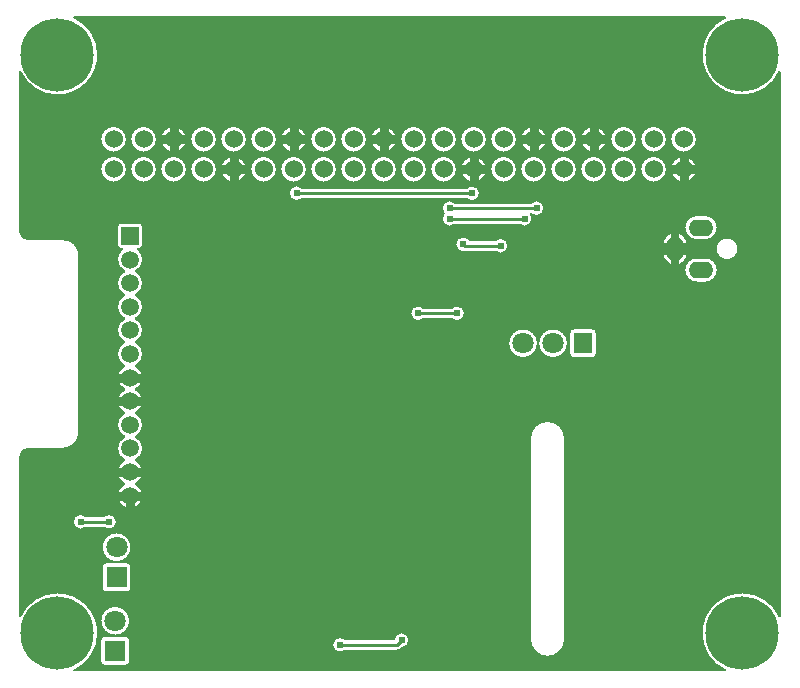
<source format=gbl>
G04 Layer: BottomLayer*
G04 EasyEDA Pro v2.1.49.573a4102.674264, 2024-02-19 19:22:48*
G04 Gerber Generator version 0.3*
G04 Scale: 100 percent, Rotated: No, Reflected: No*
G04 Dimensions in millimeters*
G04 Leading zeros omitted, absolute positions, 3 integers and 5 decimals*
%FSLAX35Y35*%
%MOMM*%
%AMOval*1,1,$1,$2,$3*1,1,$1,$4,$5*20,1,$1,$2,$3,$4,$5,0*%
%ADD8191C,0.2032*%
%ADD10C,0.75508*%
%ADD11C,0.76708*%
%ADD12C,1.05508*%
%ADD13C,0.70508*%
%ADD14C,6.19999*%
%ADD15R,1.5X1.5*%
%ADD16C,1.5*%
%ADD17C,1.8010*%
%ADD18C,1.8*%
%ADD19R,1.5748X1.8*%
%ADD20R,1.8X1.8*%
%ADD21Oval,1.4X0.0X-0.35X0.0X0.35*%
%ADD22O,2.1X1.4*%
%ADD23C,1.524*%
%ADD24C,0.61001*%
%ADD25C,0.62001*%
%ADD26C,0.254*%
%ADD27C,0.259*%
G75*


G04 Copper Start*
G36*
G01X494478Y-5614208D02*
G03X695833Y-5300012I-144458J314195D01*
G03X350020Y-4954199I-345813J0D01*
G03X35753Y-5155709I0J-345813D01*
G01Y-3800015D01*
G02X99939Y-3735829I64186J0D01*
G01X100365Y-3735827D01*
G01X399512D01*
G01X399938Y-3735829D01*
G01X399995D01*
G01X399999D01*
G01X400056D01*
G03X535752Y-3600133I-447J136143D01*
G01Y-3600077D01*
G01Y-3600072D01*
G01Y-3600016D01*
G01X535744Y-3599277D01*
G01Y-2100757D01*
G01X535752Y-2100019D01*
G01Y-2099991D01*
G03X399965Y-1964205I-135890J-103D01*
G01X399931D01*
G01X99939D01*
G02X35782Y-1901952I0J64186D01*
G01X35834Y-1900019D01*
G01Y-544502D01*
G03X350020Y-745835I314185J144480D01*
G03X695833Y-400022I0J345813D01*
G03X494496Y-85835I-345813J0D01*
G01X6005485Y-85856D01*
G03X5804195Y-400022I144523J-314166D01*
G03X6150008Y-745835I345813J0D01*
G03X6464206Y-544475I0J345813D01*
G01Y-5155560D01*
G03X6150008Y-4954199I-314198J-144452D01*
G03X5804195Y-5300012I0J-345813D01*
G03X6005550Y-5614208I345813J0D01*
G01X494478D01*
G37*
%LPC*%
G36*
G01X4500001Y-5498709D02*
G03X4648515Y-5350195I0J148514D01*
G01Y-4500199D01*
G01Y-3650196D01*
G03X4500001Y-3501682I-148514J0D01*
G03X4351487Y-3650196I0J-148514D01*
G01Y-4500199D01*
G01Y-5350195D01*
G03X4500001Y-5498709I148514J0D01*
G37*
G36*
G01X854386Y-4135298D02*
G03X965200Y-4246112I110814J0D01*
G03X1076014Y-4135298I0J110814D01*
G03X1012947Y-4035298I-110814J0D01*
G03X1076014Y-3935298I-47747J100000D01*
G03X1012947Y-3835298I-110814J0D01*
G03X1076014Y-3735299I-47747J100000D01*
G03X1012947Y-3635299I-110814J0D01*
G03X1076014Y-3535299I-47747J100000D01*
G03X1012947Y-3435299I-110814J0D01*
G03X1076014Y-3335299I-47747J100000D01*
G03X1012947Y-3235300I-110814J0D01*
G03X1076014Y-3135300I-47747J100000D01*
G03X1012947Y-3035300I-110814J0D01*
G03X1076014Y-2935300I-47747J100000D01*
G03X1012947Y-2835300I-110814J0D01*
G03X1076014Y-2735301I-47747J100000D01*
G03X1012947Y-2635301I-110814J0D01*
G03X1076014Y-2535301I-47747J100000D01*
G03X1012947Y-2435301I-110814J0D01*
G03X1076014Y-2335301I-47747J100000D01*
G03X1012947Y-2235302I-110814J0D01*
G03X1076014Y-2135302I-47747J100000D01*
G03X1030969Y-2046116I-110814J0D01*
G01X1040200D01*
G03X1076014Y-2010302I0J35814D01*
G01Y-1860302D01*
G03X1040200Y-1824488I-35814J0D01*
G01X890200D01*
G03X854386Y-1860302I0J-35814D01*
G01Y-2010302D01*
G03X890200Y-2046116I35814J0D01*
G01X899431D01*
G03X854386Y-2135302I65769J-89186D01*
G03X917453Y-2235302I110814J0D01*
G03X854386Y-2335301I47747J-100000D01*
G03X917453Y-2435301I110814J0D01*
G03X854386Y-2535301I47747J-100000D01*
G03X917453Y-2635301I110814J0D01*
G03X854386Y-2735301I47747J-100000D01*
G03X917453Y-2835300I110814J0D01*
G03X854386Y-2935300I47747J-100000D01*
G03X917453Y-3035300I110814J0D01*
G03X854386Y-3135300I47747J-100000D01*
G03X917453Y-3235300I110814J0D01*
G03X854386Y-3335299I47747J-100000D01*
G03X917453Y-3435299I110814J0D01*
G03X854386Y-3535299I47747J-100000D01*
G03X917453Y-3635299I110814J0D01*
G03X854386Y-3735299I47747J-100000D01*
G03X917453Y-3835298I110814J0D01*
G03X854386Y-3935298I47747J-100000D01*
G03X917453Y-4035298I110814J0D01*
G03X854386Y-4135298I47747J-100000D01*
G37*
G36*
G01X2308593Y-1574797D02*
G03X2374908Y-1641112I66314J0D01*
G03X2420118Y-1623311I0J66314D01*
G01X3815597D01*
G03X3860808Y-1641112I45210J48514D01*
G03X3927122Y-1574797I0J66314D01*
G03X3860808Y-1508483I-66314J0D01*
G03X3815597Y-1526283I0J-66314D01*
G01X2420118D01*
G03X2374908Y-1508483I-45210J-48514D01*
G03X2308593Y-1574797I0J-66314D01*
G37*
G36*
G01X4305300Y-1857014D02*
G03X4371614Y-1790700I0J66314D01*
G03X4357896Y-1750311I-66314J0D01*
G01X4361697D01*
G03X4406908Y-1768112I45210J48514D01*
G03X4473222Y-1701797I0J66314D01*
G03X4406908Y-1635483I-66314J0D01*
G03X4361697Y-1653283I0J-66314D01*
G01X3715518D01*
G03X3670308Y-1635483I-45210J-48514D01*
G03X3603993Y-1701797I0J-66314D01*
G03X3621096Y-1746247I66314J0D01*
G03X3603993Y-1790697I49212J-44450D01*
G03X3670308Y-1857012I66314J0D01*
G03X3715515Y-1839214I0J66314D01*
G01X4260090D01*
G03X4305300Y-1857014I45210J48514D01*
G37*
G36*
G01X2676886Y-5397500D02*
G03X2743200Y-5463814I66314J0D01*
G03X2788140Y-5446264I0J66314D01*
G01X3225800D01*
G03X3260281Y-5431981I0J48764D01*
G01X3266604Y-5425659D01*
G03X3330214Y-5359400I-2704J66259D01*
G03X3263900Y-5293086I-66314J0D01*
G03X3198449Y-5348736I0J-66314D01*
G01X2788140D01*
G03X2743200Y-5331186I-44940J-48764D01*
G03X2676886Y-5397500I0J-66314D01*
G37*
G36*
G01X4102108Y-2085612D02*
G03X4168422Y-2019297I0J66314D01*
G03X4102108Y-1952983I-66314J0D01*
G03X4056897Y-1970783I0J-66314D01*
G01X3840419D01*
G03X3784608Y-1940283I-55812J-35814D01*
G03X3718293Y-2006597I0J-66314D01*
G03X3784608Y-2072912I66314J0D01*
G03X3810111Y-2067811I0J66314D01*
G01X4056897D01*
G03X4102108Y-2085612I45210J48514D01*
G37*
G36*
G01X714507Y-5537520D02*
G03X750321Y-5573334I35814J0D01*
G01X930321D01*
G03X966135Y-5537520I0J35814D01*
G01Y-5357520D01*
G03X930321Y-5321706I-35814J0D01*
G01X750321D01*
G03X714507Y-5357520I0J-35814D01*
G01Y-5537520D01*
G37*
G36*
G01X4546600Y-2970614D02*
G03X4672414Y-2844800I0J125814D01*
G03X4546600Y-2718986I-125814J0D01*
G03X4420786Y-2844800I0J-125814D01*
G03X4546600Y-2970614I125814J0D01*
G37*
G36*
G01X714507Y-5193520D02*
G03X840321Y-5319334I125814J0D01*
G03X966135Y-5193520I0J125814D01*
G03X840321Y-5067706I-125814J0D01*
G03X714507Y-5193520I0J-125814D01*
G37*
G36*
G01X4292600Y-2970614D02*
G03X4418414Y-2844800I0J125814D01*
G03X4292600Y-2718986I-125814J0D01*
G03X4166786Y-2844800I0J-125814D01*
G03X4292600Y-2970614I125814J0D01*
G37*
G36*
G01X725086Y-4916000D02*
G03X760900Y-4951814I35814J0D01*
G01X940900D01*
G03X976714Y-4916000I0J35814D01*
G01Y-4736000D01*
G03X940900Y-4700186I-35814J0D01*
G01X760900D01*
G03X725086Y-4736000I0J-35814D01*
G01Y-4916000D01*
G37*
G36*
G01X850900Y-4697814D02*
G03X976714Y-4572000I0J125814D01*
G03X850900Y-4446186I-125814J0D01*
G03X725086Y-4572000I0J-125814D01*
G03X850900Y-4697814I125814J0D01*
G37*
G36*
G01X3337286Y-2590800D02*
G03X3403600Y-2657114I66314J0D01*
G03X3448808Y-2639317I0J66314D01*
G01X3688592D01*
G03X3733800Y-2657114I45208J48517D01*
G03X3800114Y-2590800I0J66314D01*
G03X3733800Y-2524486I-66314J0D01*
G03X3688587Y-2542289I0J-66314D01*
G01X3448813D01*
G03X3403600Y-2524486I-45213J-48511D01*
G03X3337286Y-2590800I0J-66314D01*
G37*
G36*
G01X5658796Y-1864700D02*
G03X5764610Y-1970514I105814J0D01*
G01X5834610D01*
G03X5940424Y-1864700I0J105814D01*
G03X5834610Y-1758886I-105814J0D01*
G01X5764610D01*
G03X5658796Y-1864700I0J-105814D01*
G37*
G36*
G01X5473781Y-2079700D02*
G03X5579595Y-2185514I105814J0D01*
G03X5685409Y-2079700I0J105814D01*
G01Y-2009700D01*
G03X5579595Y-1903886I-105814J0D01*
G03X5473781Y-2009700I0J-105814D01*
G01Y-2079700D01*
G37*
G36*
G01X5658796Y-2224700D02*
G03X5764610Y-2330513I105814J0D01*
G01X5834610D01*
G03X5940424Y-2224700I0J105814D01*
G03X5834610Y-2118886I-105814J0D01*
G01X5764610D01*
G03X5658796Y-2224700I0J-105814D01*
G37*
G36*
G01X4686046Y-2934800D02*
G03X4721860Y-2970614I35814J0D01*
G01X4879340D01*
G03X4915154Y-2934800I0J35814D01*
G01Y-2754800D01*
G03X4879340Y-2718986I-35814J0D01*
G01X4721860D01*
G03X4686046Y-2754800I0J-35814D01*
G01Y-2934800D01*
G37*
G36*
G01X825500Y-1483614D02*
G03X937514Y-1371600I0J112014D01*
G03X825500Y-1259586I-112014J0D01*
G03X713486Y-1371600I0J-112014D01*
G03X825500Y-1483614I112014J0D01*
G37*
G36*
G01X713486Y-1117600D02*
G03X825500Y-1229614I112014J0D01*
G03X937514Y-1117600I0J112014D01*
G03X825500Y-1005586I-112014J0D01*
G03X713486Y-1117600I0J-112014D01*
G37*
G36*
G01X5651500Y-1483614D02*
G03X5763514Y-1371600I0J112014D01*
G03X5651500Y-1259586I-112014J0D01*
G03X5539486Y-1371600I0J-112014D01*
G03X5651500Y-1483614I112014J0D01*
G37*
G36*
G01X5031486Y-1117600D02*
G03X5143500Y-1229614I112014J0D01*
G03X5255514Y-1117600I0J112014D01*
G03X5143500Y-1005586I-112014J0D01*
G03X5031486Y-1117600I0J-112014D01*
G37*
G36*
G01X5539486Y-1117600D02*
G03X5651500Y-1229614I112014J0D01*
G03X5763514Y-1117600I0J112014D01*
G03X5651500Y-1005586I-112014J0D01*
G03X5539486Y-1117600I0J-112014D01*
G37*
G36*
G01X1221486Y-1117600D02*
G03X1333500Y-1229614I112014J0D01*
G03X1445514Y-1117600I0J112014D01*
G03X1333500Y-1005586I-112014J0D01*
G03X1221486Y-1117600I0J-112014D01*
G37*
G36*
G01X1221486Y-1371600D02*
G03X1333500Y-1483614I112014J0D01*
G03X1445514Y-1371600I0J112014D01*
G03X1333500Y-1259586I-112014J0D01*
G03X1221486Y-1371600I0J-112014D01*
G37*
G36*
G01X1475486Y-1371600D02*
G03X1587500Y-1483614I112014J0D01*
G03X1699514Y-1371600I0J112014D01*
G03X1587500Y-1259586I-112014J0D01*
G03X1475486Y-1371600I0J-112014D01*
G37*
G36*
G01X5143500Y-1483614D02*
G03X5255514Y-1371600I0J112014D01*
G03X5143500Y-1259586I-112014J0D01*
G03X5031486Y-1371600I0J-112014D01*
G03X5143500Y-1483614I112014J0D01*
G37*
G36*
G01X4777486Y-1371600D02*
G03X4889500Y-1483614I112014J0D01*
G03X5001514Y-1371600I0J112014D01*
G03X4889500Y-1259586I-112014J0D01*
G03X4777486Y-1371600I0J-112014D01*
G37*
G36*
G01X967486Y-1371600D02*
G03X1079500Y-1483614I112014J0D01*
G03X1191514Y-1371600I0J112014D01*
G03X1079500Y-1259586I-112014J0D01*
G03X967486Y-1371600I0J-112014D01*
G37*
G36*
G01X4889500Y-1229614D02*
G03X5001514Y-1117600I0J112014D01*
G03X4889500Y-1005586I-112014J0D01*
G03X4777486Y-1117600I0J-112014D01*
G03X4889500Y-1229614I112014J0D01*
G37*
G36*
G01X5397500Y-1483614D02*
G03X5509514Y-1371600I0J112014D01*
G03X5397500Y-1259586I-112014J0D01*
G03X5285486Y-1371600I0J-112014D01*
G03X5397500Y-1483614I112014J0D01*
G37*
G36*
G01X1587500Y-1229614D02*
G03X1699514Y-1117600I0J112014D01*
G03X1587500Y-1005586I-112014J0D01*
G03X1475486Y-1117600I0J-112014D01*
G03X1587500Y-1229614I112014J0D01*
G37*
G36*
G01X5285486Y-1117600D02*
G03X5397500Y-1229614I112014J0D01*
G03X5509514Y-1117600I0J112014D01*
G03X5397500Y-1005586I-112014J0D01*
G03X5285486Y-1117600I0J-112014D01*
G37*
G36*
G01X1841500Y-1483614D02*
G03X1953514Y-1371600I0J112014D01*
G03X1841500Y-1259586I-112014J0D01*
G03X1729486Y-1371600I0J-112014D01*
G03X1841500Y-1483614I112014J0D01*
G37*
G36*
G01X1079500Y-1229614D02*
G03X1191514Y-1117600I0J112014D01*
G03X1079500Y-1005586I-112014J0D01*
G03X967486Y-1117600I0J-112014D01*
G03X1079500Y-1229614I112014J0D01*
G37*
G36*
G01X4635500Y-1483614D02*
G03X4747514Y-1371600I0J112014D01*
G03X4635500Y-1259586I-112014J0D01*
G03X4523486Y-1371600I0J-112014D01*
G03X4635500Y-1483614I112014J0D01*
G37*
G36*
G01X4635500Y-1229614D02*
G03X4747514Y-1117600I0J112014D01*
G03X4635500Y-1005586I-112014J0D01*
G03X4523486Y-1117600I0J-112014D01*
G03X4635500Y-1229614I112014J0D01*
G37*
G36*
G01X1841500Y-1229614D02*
G03X1953514Y-1117600I0J112014D01*
G03X1841500Y-1005586I-112014J0D01*
G03X1729486Y-1117600I0J-112014D01*
G03X1841500Y-1229614I112014J0D01*
G37*
G36*
G01X1983486Y-1371600D02*
G03X2095500Y-1483614I112014J0D01*
G03X2207514Y-1371600I0J112014D01*
G03X2095500Y-1259586I-112014J0D01*
G03X1983486Y-1371600I0J-112014D01*
G37*
G36*
G01X4269486Y-1371600D02*
G03X4381500Y-1483614I112014J0D01*
G03X4493514Y-1371600I0J112014D01*
G03X4381500Y-1259586I-112014J0D01*
G03X4269486Y-1371600I0J-112014D01*
G37*
G36*
G01X4381500Y-1229614D02*
G03X4493514Y-1117600I0J112014D01*
G03X4381500Y-1005586I-112014J0D01*
G03X4269486Y-1117600I0J-112014D01*
G03X4381500Y-1229614I112014J0D01*
G37*
G36*
G01X2095500Y-1229614D02*
G03X2207514Y-1117600I0J112014D01*
G03X2095500Y-1005586I-112014J0D01*
G03X1983486Y-1117600I0J-112014D01*
G03X2095500Y-1229614I112014J0D01*
G37*
G36*
G01X2349500Y-1483614D02*
G03X2461514Y-1371600I0J112014D01*
G03X2349500Y-1259586I-112014J0D01*
G03X2237486Y-1371600I0J-112014D01*
G03X2349500Y-1483614I112014J0D01*
G37*
G36*
G01X4127500Y-1483614D02*
G03X4239514Y-1371600I0J112014D01*
G03X4127500Y-1259586I-112014J0D01*
G03X4015486Y-1371600I0J-112014D01*
G03X4127500Y-1483614I112014J0D01*
G37*
G36*
G01X4015486Y-1117600D02*
G03X4127500Y-1229614I112014J0D01*
G03X4239514Y-1117600I0J112014D01*
G03X4127500Y-1005586I-112014J0D01*
G03X4015486Y-1117600I0J-112014D01*
G37*
G36*
G01X2349500Y-1229614D02*
G03X2461514Y-1117600I0J112014D01*
G03X2349500Y-1005586I-112014J0D01*
G03X2237486Y-1117600I0J-112014D01*
G03X2349500Y-1229614I112014J0D01*
G37*
G36*
G01X2491486Y-1371600D02*
G03X2603500Y-1483614I112014J0D01*
G03X2715514Y-1371600I0J112014D01*
G03X2603500Y-1259586I-112014J0D01*
G03X2491486Y-1371600I0J-112014D01*
G37*
G36*
G01X3761486Y-1371600D02*
G03X3873500Y-1483614I112014J0D01*
G03X3985514Y-1371600I0J112014D01*
G03X3873500Y-1259586I-112014J0D01*
G03X3761486Y-1371600I0J-112014D01*
G37*
G36*
G01X3873500Y-1229614D02*
G03X3985514Y-1117600I0J112014D01*
G03X3873500Y-1005586I-112014J0D01*
G03X3761486Y-1117600I0J-112014D01*
G03X3873500Y-1229614I112014J0D01*
G37*
G36*
G01X2603500Y-1229614D02*
G03X2715514Y-1117600I0J112014D01*
G03X2603500Y-1005586I-112014J0D01*
G03X2491486Y-1117600I0J-112014D01*
G03X2603500Y-1229614I112014J0D01*
G37*
G36*
G01X2745486Y-1371600D02*
G03X2857500Y-1483614I112014J0D01*
G03X2969514Y-1371600I0J112014D01*
G03X2857500Y-1259586I-112014J0D01*
G03X2745486Y-1371600I0J-112014D01*
G37*
G36*
G01X3619500Y-1483614D02*
G03X3731514Y-1371600I0J112014D01*
G03X3619500Y-1259586I-112014J0D01*
G03X3507486Y-1371600I0J-112014D01*
G03X3619500Y-1483614I112014J0D01*
G37*
G36*
G01X3619500Y-1229614D02*
G03X3731514Y-1117600I0J112014D01*
G03X3619500Y-1005586I-112014J0D01*
G03X3507486Y-1117600I0J-112014D01*
G03X3619500Y-1229614I112014J0D01*
G37*
G36*
G01X2745486Y-1117600D02*
G03X2857500Y-1229614I112014J0D01*
G03X2969514Y-1117600I0J112014D01*
G03X2857500Y-1005586I-112014J0D01*
G03X2745486Y-1117600I0J-112014D01*
G37*
G36*
G01X2999486Y-1371600D02*
G03X3111500Y-1483614I112014J0D01*
G03X3223514Y-1371600I0J112014D01*
G03X3111500Y-1259586I-112014J0D01*
G03X2999486Y-1371600I0J-112014D01*
G37*
G36*
G01X3365500Y-1483614D02*
G03X3477514Y-1371600I0J112014D01*
G03X3365500Y-1259586I-112014J0D01*
G03X3253486Y-1371600I0J-112014D01*
G03X3365500Y-1483614I112014J0D01*
G37*
G36*
G01X3253486Y-1117600D02*
G03X3365500Y-1229614I112014J0D01*
G03X3477514Y-1117600I0J112014D01*
G03X3365500Y-1005586I-112014J0D01*
G03X3253486Y-1117600I0J-112014D01*
G37*
G36*
G01X2999486Y-1117600D02*
G03X3111500Y-1229614I112014J0D01*
G03X3223514Y-1117600I0J112014D01*
G03X3111500Y-1005586I-112014J0D01*
G03X2999486Y-1117600I0J-112014D01*
G37*
G36*
G01X787408Y-4422412D02*
G03X853722Y-4356097I0J66314D01*
G03X787408Y-4289783I-66314J0D01*
G03X742197Y-4307583I0J-66314D01*
G01X591318D01*
G03X546108Y-4289783I-45210J-48514D01*
G03X479793Y-4356097I0J-66314D01*
G03X546108Y-4422412I66314J0D01*
G03X591318Y-4404611I0J66314D01*
G01X742197D01*
G03X787408Y-4422412I45210J48514D01*
G37*
G36*
G01X6019599Y-2140514D02*
G03X6115413Y-2044700I0J95814D01*
G03X6019599Y-1948886I-95814J0D01*
G03X5923785Y-2044700I0J-95814D01*
G03X6019599Y-2140514I95814J0D01*
G37*
%LPD*%
G54D8191*
G01X494478Y-5614208D02*
G03X695833Y-5300012I-144458J314195D01*
G03X350020Y-4954199I-345813J0D01*
G03X35753Y-5155709I0J-345813D01*
G01Y-3800015D01*
G02X99939Y-3735829I64186J0D01*
G01X100365Y-3735827D01*
G01X399512D01*
G01X399938Y-3735829D01*
G01X399995D01*
G01X399999D01*
G01X400056D01*
G03X535752Y-3600133I-447J136143D01*
G01Y-3600077D01*
G01Y-3600072D01*
G01Y-3600016D01*
G01X535744Y-3599277D01*
G01Y-2100757D01*
G01X535752Y-2100019D01*
G01Y-2099991D01*
G03X399965Y-1964205I-135890J-103D01*
G01X399931D01*
G01X99939D01*
G02X35782Y-1901952I0J64186D01*
G01X35834Y-1900019D01*
G01Y-544502D01*
G03X350020Y-745835I314185J144480D01*
G03X695833Y-400022I0J345813D01*
G03X494496Y-85835I-345813J0D01*
G01X6005485Y-85856D01*
G03X5804195Y-400022I144523J-314166D01*
G03X6150008Y-745835I345813J0D01*
G03X6464206Y-544475I0J345813D01*
G01Y-5155560D01*
G03X6150008Y-4954199I-314198J-144452D01*
G03X5804195Y-5300012I0J-345813D01*
G03X6005550Y-5614208I345813J0D01*
G01X494478D01*
G01X4500001Y-5498709D02*
G03X4648515Y-5350195I0J148514D01*
G01Y-4500199D01*
G01Y-3650196D01*
G03X4500001Y-3501682I-148514J0D01*
G03X4351487Y-3650196I0J-148514D01*
G01Y-4500199D01*
G01Y-5350195D01*
G03X4500001Y-5498709I148514J0D01*
G01X854386Y-4135298D02*
G03X965200Y-4246112I110814J0D01*
G03X1076014Y-4135298I0J110814D01*
G03X1012947Y-4035298I-110814J0D01*
G03X1076014Y-3935298I-47747J100000D01*
G03X1012947Y-3835298I-110814J0D01*
G03X1076014Y-3735299I-47747J100000D01*
G03X1012947Y-3635299I-110814J0D01*
G03X1076014Y-3535299I-47747J100000D01*
G03X1012947Y-3435299I-110814J0D01*
G03X1076014Y-3335299I-47747J100000D01*
G03X1012947Y-3235300I-110814J0D01*
G03X1076014Y-3135300I-47747J100000D01*
G03X1012947Y-3035300I-110814J0D01*
G03X1076014Y-2935300I-47747J100000D01*
G03X1012947Y-2835300I-110814J0D01*
G03X1076014Y-2735301I-47747J100000D01*
G03X1012947Y-2635301I-110814J0D01*
G03X1076014Y-2535301I-47747J100000D01*
G03X1012947Y-2435301I-110814J0D01*
G03X1076014Y-2335301I-47747J100000D01*
G03X1012947Y-2235302I-110814J0D01*
G03X1076014Y-2135302I-47747J100000D01*
G03X1030969Y-2046116I-110814J0D01*
G01X1040200D01*
G03X1076014Y-2010302I0J35814D01*
G01Y-1860302D01*
G03X1040200Y-1824488I-35814J0D01*
G01X890200D01*
G03X854386Y-1860302I0J-35814D01*
G01Y-2010302D01*
G03X890200Y-2046116I35814J0D01*
G01X899431D01*
G03X854386Y-2135302I65769J-89186D01*
G03X917453Y-2235302I110814J0D01*
G03X854386Y-2335301I47747J-100000D01*
G03X917453Y-2435301I110814J0D01*
G03X854386Y-2535301I47747J-100000D01*
G03X917453Y-2635301I110814J0D01*
G03X854386Y-2735301I47747J-100000D01*
G03X917453Y-2835300I110814J0D01*
G03X854386Y-2935300I47747J-100000D01*
G03X917453Y-3035300I110814J0D01*
G03X854386Y-3135300I47747J-100000D01*
G03X917453Y-3235300I110814J0D01*
G03X854386Y-3335299I47747J-100000D01*
G03X917453Y-3435299I110814J0D01*
G03X854386Y-3535299I47747J-100000D01*
G03X917453Y-3635299I110814J0D01*
G03X854386Y-3735299I47747J-100000D01*
G03X917453Y-3835298I110814J0D01*
G03X854386Y-3935298I47747J-100000D01*
G03X917453Y-4035298I110814J0D01*
G03X854386Y-4135298I47747J-100000D01*
G01X2308593Y-1574797D02*
G03X2374908Y-1641112I66314J0D01*
G03X2420118Y-1623311I0J66314D01*
G01X3815597D01*
G03X3860808Y-1641112I45210J48514D01*
G03X3927122Y-1574797I0J66314D01*
G03X3860808Y-1508483I-66314J0D01*
G03X3815597Y-1526283I0J-66314D01*
G01X2420118D01*
G03X2374908Y-1508483I-45210J-48514D01*
G03X2308593Y-1574797I0J-66314D01*
G01X4305300Y-1857014D02*
G03X4371614Y-1790700I0J66314D01*
G03X4357896Y-1750311I-66314J0D01*
G01X4361697D01*
G03X4406908Y-1768112I45210J48514D01*
G03X4473222Y-1701797I0J66314D01*
G03X4406908Y-1635483I-66314J0D01*
G03X4361697Y-1653283I0J-66314D01*
G01X3715518D01*
G03X3670308Y-1635483I-45210J-48514D01*
G03X3603993Y-1701797I0J-66314D01*
G03X3621096Y-1746247I66314J0D01*
G03X3603993Y-1790697I49212J-44450D01*
G03X3670308Y-1857012I66314J0D01*
G03X3715515Y-1839214I0J66314D01*
G01X4260090D01*
G03X4305300Y-1857014I45210J48514D01*
G01X2676886Y-5397500D02*
G03X2743200Y-5463814I66314J0D01*
G03X2788140Y-5446264I0J66314D01*
G01X3225800D01*
G03X3260281Y-5431981I0J48764D01*
G01X3266604Y-5425659D01*
G03X3330214Y-5359400I-2704J66259D01*
G03X3263900Y-5293086I-66314J0D01*
G03X3198449Y-5348736I0J-66314D01*
G01X2788140D01*
G03X2743200Y-5331186I-44940J-48764D01*
G03X2676886Y-5397500I0J-66314D01*
G01X4102108Y-2085612D02*
G03X4168422Y-2019297I0J66314D01*
G03X4102108Y-1952983I-66314J0D01*
G03X4056897Y-1970783I0J-66314D01*
G01X3840419D01*
G03X3784608Y-1940283I-55812J-35814D01*
G03X3718293Y-2006597I0J-66314D01*
G03X3784608Y-2072912I66314J0D01*
G03X3810111Y-2067811I0J66314D01*
G01X4056897D01*
G03X4102108Y-2085612I45210J48514D01*
G01X714507Y-5537520D02*
G03X750321Y-5573334I35814J0D01*
G01X930321D01*
G03X966135Y-5537520I0J35814D01*
G01Y-5357520D01*
G03X930321Y-5321706I-35814J0D01*
G01X750321D01*
G03X714507Y-5357520I0J-35814D01*
G01Y-5537520D01*
G01X4546600Y-2970614D02*
G03X4672414Y-2844800I0J125814D01*
G03X4546600Y-2718986I-125814J0D01*
G03X4420786Y-2844800I0J-125814D01*
G03X4546600Y-2970614I125814J0D01*
G01X714507Y-5193520D02*
G03X840321Y-5319334I125814J0D01*
G03X966135Y-5193520I0J125814D01*
G03X840321Y-5067706I-125814J0D01*
G03X714507Y-5193520I0J-125814D01*
G01X4292600Y-2970614D02*
G03X4418414Y-2844800I0J125814D01*
G03X4292600Y-2718986I-125814J0D01*
G03X4166786Y-2844800I0J-125814D01*
G03X4292600Y-2970614I125814J0D01*
G01X725086Y-4916000D02*
G03X760900Y-4951814I35814J0D01*
G01X940900D01*
G03X976714Y-4916000I0J35814D01*
G01Y-4736000D01*
G03X940900Y-4700186I-35814J0D01*
G01X760900D01*
G03X725086Y-4736000I0J-35814D01*
G01Y-4916000D01*
G01X850900Y-4697814D02*
G03X976714Y-4572000I0J125814D01*
G03X850900Y-4446186I-125814J0D01*
G03X725086Y-4572000I0J-125814D01*
G03X850900Y-4697814I125814J0D01*
G01X3337286Y-2590800D02*
G03X3403600Y-2657114I66314J0D01*
G03X3448808Y-2639317I0J66314D01*
G01X3688592D01*
G03X3733800Y-2657114I45208J48517D01*
G03X3800114Y-2590800I0J66314D01*
G03X3733800Y-2524486I-66314J0D01*
G03X3688587Y-2542289I0J-66314D01*
G01X3448813D01*
G03X3403600Y-2524486I-45213J-48511D01*
G03X3337286Y-2590800I0J-66314D01*
G01X5658796Y-1864700D02*
G03X5764610Y-1970514I105814J0D01*
G01X5834610D01*
G03X5940424Y-1864700I0J105814D01*
G03X5834610Y-1758886I-105814J0D01*
G01X5764610D01*
G03X5658796Y-1864700I0J-105814D01*
G01X5473781Y-2079700D02*
G03X5579595Y-2185514I105814J0D01*
G03X5685409Y-2079700I0J105814D01*
G01Y-2009700D01*
G03X5579595Y-1903886I-105814J0D01*
G03X5473781Y-2009700I0J-105814D01*
G01Y-2079700D01*
G01X5658796Y-2224700D02*
G03X5764610Y-2330513I105814J0D01*
G01X5834610D01*
G03X5940424Y-2224700I0J105814D01*
G03X5834610Y-2118886I-105814J0D01*
G01X5764610D01*
G03X5658796Y-2224700I0J-105814D01*
G01X4686046Y-2934800D02*
G03X4721860Y-2970614I35814J0D01*
G01X4879340D01*
G03X4915154Y-2934800I0J35814D01*
G01Y-2754800D01*
G03X4879340Y-2718986I-35814J0D01*
G01X4721860D01*
G03X4686046Y-2754800I0J-35814D01*
G01Y-2934800D01*
G01X825500Y-1483614D02*
G03X937514Y-1371600I0J112014D01*
G03X825500Y-1259586I-112014J0D01*
G03X713486Y-1371600I0J-112014D01*
G03X825500Y-1483614I112014J0D01*
G01X713486Y-1117600D02*
G03X825500Y-1229614I112014J0D01*
G03X937514Y-1117600I0J112014D01*
G03X825500Y-1005586I-112014J0D01*
G03X713486Y-1117600I0J-112014D01*
G01X5651500Y-1483614D02*
G03X5763514Y-1371600I0J112014D01*
G03X5651500Y-1259586I-112014J0D01*
G03X5539486Y-1371600I0J-112014D01*
G03X5651500Y-1483614I112014J0D01*
G01X5031486Y-1117600D02*
G03X5143500Y-1229614I112014J0D01*
G03X5255514Y-1117600I0J112014D01*
G03X5143500Y-1005586I-112014J0D01*
G03X5031486Y-1117600I0J-112014D01*
G01X5539486Y-1117600D02*
G03X5651500Y-1229614I112014J0D01*
G03X5763514Y-1117600I0J112014D01*
G03X5651500Y-1005586I-112014J0D01*
G03X5539486Y-1117600I0J-112014D01*
G01X1221486Y-1117600D02*
G03X1333500Y-1229614I112014J0D01*
G03X1445514Y-1117600I0J112014D01*
G03X1333500Y-1005586I-112014J0D01*
G03X1221486Y-1117600I0J-112014D01*
G01X1221486Y-1371600D02*
G03X1333500Y-1483614I112014J0D01*
G03X1445514Y-1371600I0J112014D01*
G03X1333500Y-1259586I-112014J0D01*
G03X1221486Y-1371600I0J-112014D01*
G01X1475486Y-1371600D02*
G03X1587500Y-1483614I112014J0D01*
G03X1699514Y-1371600I0J112014D01*
G03X1587500Y-1259586I-112014J0D01*
G03X1475486Y-1371600I0J-112014D01*
G01X5143500Y-1483614D02*
G03X5255514Y-1371600I0J112014D01*
G03X5143500Y-1259586I-112014J0D01*
G03X5031486Y-1371600I0J-112014D01*
G03X5143500Y-1483614I112014J0D01*
G01X4777486Y-1371600D02*
G03X4889500Y-1483614I112014J0D01*
G03X5001514Y-1371600I0J112014D01*
G03X4889500Y-1259586I-112014J0D01*
G03X4777486Y-1371600I0J-112014D01*
G01X967486Y-1371600D02*
G03X1079500Y-1483614I112014J0D01*
G03X1191514Y-1371600I0J112014D01*
G03X1079500Y-1259586I-112014J0D01*
G03X967486Y-1371600I0J-112014D01*
G01X4889500Y-1229614D02*
G03X5001514Y-1117600I0J112014D01*
G03X4889500Y-1005586I-112014J0D01*
G03X4777486Y-1117600I0J-112014D01*
G03X4889500Y-1229614I112014J0D01*
G01X5397500Y-1483614D02*
G03X5509514Y-1371600I0J112014D01*
G03X5397500Y-1259586I-112014J0D01*
G03X5285486Y-1371600I0J-112014D01*
G03X5397500Y-1483614I112014J0D01*
G01X1587500Y-1229614D02*
G03X1699514Y-1117600I0J112014D01*
G03X1587500Y-1005586I-112014J0D01*
G03X1475486Y-1117600I0J-112014D01*
G03X1587500Y-1229614I112014J0D01*
G01X5285486Y-1117600D02*
G03X5397500Y-1229614I112014J0D01*
G03X5509514Y-1117600I0J112014D01*
G03X5397500Y-1005586I-112014J0D01*
G03X5285486Y-1117600I0J-112014D01*
G01X1841500Y-1483614D02*
G03X1953514Y-1371600I0J112014D01*
G03X1841500Y-1259586I-112014J0D01*
G03X1729486Y-1371600I0J-112014D01*
G03X1841500Y-1483614I112014J0D01*
G01X1079500Y-1229614D02*
G03X1191514Y-1117600I0J112014D01*
G03X1079500Y-1005586I-112014J0D01*
G03X967486Y-1117600I0J-112014D01*
G03X1079500Y-1229614I112014J0D01*
G01X4635500Y-1483614D02*
G03X4747514Y-1371600I0J112014D01*
G03X4635500Y-1259586I-112014J0D01*
G03X4523486Y-1371600I0J-112014D01*
G03X4635500Y-1483614I112014J0D01*
G01X4635500Y-1229614D02*
G03X4747514Y-1117600I0J112014D01*
G03X4635500Y-1005586I-112014J0D01*
G03X4523486Y-1117600I0J-112014D01*
G03X4635500Y-1229614I112014J0D01*
G01X1841500Y-1229614D02*
G03X1953514Y-1117600I0J112014D01*
G03X1841500Y-1005586I-112014J0D01*
G03X1729486Y-1117600I0J-112014D01*
G03X1841500Y-1229614I112014J0D01*
G01X1983486Y-1371600D02*
G03X2095500Y-1483614I112014J0D01*
G03X2207514Y-1371600I0J112014D01*
G03X2095500Y-1259586I-112014J0D01*
G03X1983486Y-1371600I0J-112014D01*
G01X4269486Y-1371600D02*
G03X4381500Y-1483614I112014J0D01*
G03X4493514Y-1371600I0J112014D01*
G03X4381500Y-1259586I-112014J0D01*
G03X4269486Y-1371600I0J-112014D01*
G01X4381500Y-1229614D02*
G03X4493514Y-1117600I0J112014D01*
G03X4381500Y-1005586I-112014J0D01*
G03X4269486Y-1117600I0J-112014D01*
G03X4381500Y-1229614I112014J0D01*
G01X2095500Y-1229614D02*
G03X2207514Y-1117600I0J112014D01*
G03X2095500Y-1005586I-112014J0D01*
G03X1983486Y-1117600I0J-112014D01*
G03X2095500Y-1229614I112014J0D01*
G01X2349500Y-1483614D02*
G03X2461514Y-1371600I0J112014D01*
G03X2349500Y-1259586I-112014J0D01*
G03X2237486Y-1371600I0J-112014D01*
G03X2349500Y-1483614I112014J0D01*
G01X4127500Y-1483614D02*
G03X4239514Y-1371600I0J112014D01*
G03X4127500Y-1259586I-112014J0D01*
G03X4015486Y-1371600I0J-112014D01*
G03X4127500Y-1483614I112014J0D01*
G01X4015486Y-1117600D02*
G03X4127500Y-1229614I112014J0D01*
G03X4239514Y-1117600I0J112014D01*
G03X4127500Y-1005586I-112014J0D01*
G03X4015486Y-1117600I0J-112014D01*
G01X2349500Y-1229614D02*
G03X2461514Y-1117600I0J112014D01*
G03X2349500Y-1005586I-112014J0D01*
G03X2237486Y-1117600I0J-112014D01*
G03X2349500Y-1229614I112014J0D01*
G01X2491486Y-1371600D02*
G03X2603500Y-1483614I112014J0D01*
G03X2715514Y-1371600I0J112014D01*
G03X2603500Y-1259586I-112014J0D01*
G03X2491486Y-1371600I0J-112014D01*
G01X3761486Y-1371600D02*
G03X3873500Y-1483614I112014J0D01*
G03X3985514Y-1371600I0J112014D01*
G03X3873500Y-1259586I-112014J0D01*
G03X3761486Y-1371600I0J-112014D01*
G01X3873500Y-1229614D02*
G03X3985514Y-1117600I0J112014D01*
G03X3873500Y-1005586I-112014J0D01*
G03X3761486Y-1117600I0J-112014D01*
G03X3873500Y-1229614I112014J0D01*
G01X2603500Y-1229614D02*
G03X2715514Y-1117600I0J112014D01*
G03X2603500Y-1005586I-112014J0D01*
G03X2491486Y-1117600I0J-112014D01*
G03X2603500Y-1229614I112014J0D01*
G01X2745486Y-1371600D02*
G03X2857500Y-1483614I112014J0D01*
G03X2969514Y-1371600I0J112014D01*
G03X2857500Y-1259586I-112014J0D01*
G03X2745486Y-1371600I0J-112014D01*
G01X3619500Y-1483614D02*
G03X3731514Y-1371600I0J112014D01*
G03X3619500Y-1259586I-112014J0D01*
G03X3507486Y-1371600I0J-112014D01*
G03X3619500Y-1483614I112014J0D01*
G01X3619500Y-1229614D02*
G03X3731514Y-1117600I0J112014D01*
G03X3619500Y-1005586I-112014J0D01*
G03X3507486Y-1117600I0J-112014D01*
G03X3619500Y-1229614I112014J0D01*
G01X2745486Y-1117600D02*
G03X2857500Y-1229614I112014J0D01*
G03X2969514Y-1117600I0J112014D01*
G03X2857500Y-1005586I-112014J0D01*
G03X2745486Y-1117600I0J-112014D01*
G01X2999486Y-1371600D02*
G03X3111500Y-1483614I112014J0D01*
G03X3223514Y-1371600I0J112014D01*
G03X3111500Y-1259586I-112014J0D01*
G03X2999486Y-1371600I0J-112014D01*
G01X3365500Y-1483614D02*
G03X3477514Y-1371600I0J112014D01*
G03X3365500Y-1259586I-112014J0D01*
G03X3253486Y-1371600I0J-112014D01*
G03X3365500Y-1483614I112014J0D01*
G01X3253486Y-1117600D02*
G03X3365500Y-1229614I112014J0D01*
G03X3477514Y-1117600I0J112014D01*
G03X3365500Y-1005586I-112014J0D01*
G03X3253486Y-1117600I0J-112014D01*
G01X2999486Y-1117600D02*
G03X3111500Y-1229614I112014J0D01*
G03X3223514Y-1117600I0J112014D01*
G03X3111500Y-1005586I-112014J0D01*
G03X2999486Y-1117600I0J-112014D01*
G01X787408Y-4422412D02*
G03X853722Y-4356097I0J66314D01*
G03X787408Y-4289783I-66314J0D01*
G03X742197Y-4307583I0J-66314D01*
G01X591318D01*
G03X546108Y-4289783I-45210J-48514D01*
G03X479793Y-4356097I0J-66314D01*
G03X546108Y-4422412I66314J0D01*
G03X591318Y-4404611I0J66314D01*
G01X742197D01*
G03X787408Y-4422412I45210J48514D01*
G01X6019599Y-2140514D02*
G03X6115413Y-2044700I0J95814D01*
G03X6019599Y-1948886I-95814J0D01*
G03X5923785Y-2044700I0J-95814D01*
G03X6019599Y-2140514I95814J0D01*
G54D10*
G01X965200Y-4135298D02*
G01X965200Y-4236206D01*
G01X965200Y-4135298D02*
G01X1066108Y-4135298D01*
G01X965200Y-4135298D02*
G01X864292Y-4135298D01*
G01X965200Y-3935298D02*
G01X1066108Y-3935298D01*
G01X965200Y-3935298D02*
G01X864292Y-3935298D01*
G01X965200Y-3335299D02*
G01X1066108Y-3335299D01*
G01X965200Y-3335299D02*
G01X864292Y-3335299D01*
G54D11*
G01X1333500Y-1117600D02*
G01X1231392Y-1117600D01*
G01X1333500Y-1117600D02*
G01X1435608Y-1117600D01*
G01X1333500Y-1117600D02*
G01X1333500Y-1015492D01*
G01X1333500Y-1117600D02*
G01X1333500Y-1219708D01*
G01X2349500Y-1117600D02*
G01X2247392Y-1117600D01*
G01X2349500Y-1117600D02*
G01X2451608Y-1117600D01*
G01X2349500Y-1117600D02*
G01X2349500Y-1015492D01*
G01X2349500Y-1117600D02*
G01X2349500Y-1219708D01*
G01X3111500Y-1117600D02*
G01X3009392Y-1117600D01*
G01X3111500Y-1117600D02*
G01X3213608Y-1117600D01*
G01X3111500Y-1117600D02*
G01X3111500Y-1015492D01*
G01X3111500Y-1117600D02*
G01X3111500Y-1219708D01*
G01X1841500Y-1371600D02*
G01X1739392Y-1371600D01*
G01X1841500Y-1371600D02*
G01X1943608Y-1371600D01*
G01X1841500Y-1371600D02*
G01X1841500Y-1269492D01*
G01X1841500Y-1371600D02*
G01X1841500Y-1473708D01*
G54D10*
G01X965200Y-3135300D02*
G01X1066108Y-3135300D01*
G01X965200Y-3135300D02*
G01X864292Y-3135300D01*
G54D11*
G01X3873500Y-1371600D02*
G01X3771392Y-1371600D01*
G01X3873500Y-1371600D02*
G01X3975608Y-1371600D01*
G01X3873500Y-1371600D02*
G01X3873500Y-1269492D01*
G01X3873500Y-1371600D02*
G01X3873500Y-1473708D01*
G01X4381500Y-1117600D02*
G01X4279392Y-1117600D01*
G01X4381500Y-1117600D02*
G01X4483608Y-1117600D01*
G01X4381500Y-1117600D02*
G01X4381500Y-1015492D01*
G01X4381500Y-1117600D02*
G01X4381500Y-1219708D01*
G01X4889500Y-1117600D02*
G01X4787392Y-1117600D01*
G01X4889500Y-1117600D02*
G01X4991608Y-1117600D01*
G01X4889500Y-1117600D02*
G01X4889500Y-1015492D01*
G01X4889500Y-1117600D02*
G01X4889500Y-1219708D01*
G54D12*
G01X5579595Y-2044700D02*
G01X5675503Y-2044700D01*
G01X5579595Y-2044700D02*
G01X5483687Y-2044700D01*
G54D13*
G01X5579595Y-2044700D02*
G01X5579595Y-2175608D01*
G01X5579595Y-2044700D02*
G01X5579595Y-1913792D01*
G54D11*
G01X5651500Y-1371600D02*
G01X5549392Y-1371600D01*
G01X5651500Y-1371600D02*
G01X5753608Y-1371600D01*
G01X5651500Y-1371600D02*
G01X5651500Y-1269492D01*
G01X5651500Y-1371600D02*
G01X5651500Y-1473708D01*
G04 Copper End*

G04 Pad Start*
G54D14*
G01X350020Y-400022D03*
G01X350020Y-5300012D03*
G01X6150008Y-5300012D03*
G01X6150008Y-400022D03*
G54D15*
G01X965200Y-1935302D03*
G54D16*
G01X965200Y-2135302D03*
G01X965200Y-2335301D03*
G01X965200Y-2535301D03*
G01X965200Y-2735301D03*
G01X965200Y-2935300D03*
G01X965200Y-3135300D03*
G01X965200Y-3335299D03*
G01X965200Y-3535299D03*
G01X965200Y-3735299D03*
G01X965200Y-3935298D03*
G01X965200Y-4135298D03*
G54D18*
G01X4292600Y-2844800D03*
G01X4546600Y-2844800D03*
G54D19*
G01X4800600Y-2844800D03*
G54D18*
G01X850900Y-4572000D03*
G54D20*
G01X850900Y-4826000D03*
G54D21*
G01X5579595Y-2044700D03*
G54D22*
G01X5799610Y-1864700D03*
G01X5799610Y-2224700D03*
G54D23*
G01X825500Y-1371600D03*
G01X825500Y-1117600D03*
G01X1079500Y-1371600D03*
G01X1079500Y-1117600D03*
G01X1333500Y-1371600D03*
G01X1333500Y-1117600D03*
G01X1587500Y-1371600D03*
G01X1587500Y-1117600D03*
G01X1841500Y-1371600D03*
G01X1841500Y-1117600D03*
G01X2095500Y-1371600D03*
G01X2095500Y-1117600D03*
G01X2349500Y-1371600D03*
G01X2349500Y-1117600D03*
G01X2603500Y-1371600D03*
G01X2603500Y-1117600D03*
G01X2857500Y-1371600D03*
G01X2857500Y-1117600D03*
G01X3111500Y-1371600D03*
G01X3111500Y-1117600D03*
G01X3365500Y-1371600D03*
G01X3365500Y-1117600D03*
G01X3619500Y-1371600D03*
G01X3619500Y-1117600D03*
G01X3873500Y-1371600D03*
G01X3873500Y-1117600D03*
G01X4127500Y-1371600D03*
G01X4127500Y-1117600D03*
G01X4381500Y-1371600D03*
G01X4381500Y-1117600D03*
G01X4635500Y-1371600D03*
G01X4635500Y-1117600D03*
G01X4889500Y-1371600D03*
G01X4889500Y-1117600D03*
G01X5143500Y-1371600D03*
G01X5143500Y-1117600D03*
G01X5397500Y-1371600D03*
G01X5397500Y-1117600D03*
G01X5651500Y-1371600D03*
G01X5651500Y-1117600D03*
G54D18*
G01X840321Y-5193520D03*
G54D20*
G01X840321Y-5447520D03*
G04 Pad End*

G04 Via Start*
G54D24*
G01X546108Y-4356097D03*
G01X787408Y-4356097D03*
G01X3949700Y-5156200D03*
G01X3860808Y-1574797D03*
G01X3403600Y-2590800D03*
G01X2743200Y-5397500D03*
G01X3263900Y-5359400D03*
G01X2374908Y-1574797D03*
G01X3784608Y-2006597D03*
G01X4102108Y-2019297D03*
G01X3670308Y-1790697D03*
G01X3670308Y-1701797D03*
G01X4305300Y-1790700D03*
G01X4406908Y-1701797D03*
G01X2139145Y-1681223D03*
G01X2647145Y-4729223D03*
G01X88900Y-1219200D03*
G01X107145Y-1681223D03*
G01X107145Y-4221223D03*
G01X107145Y-4729223D03*
G01X635000Y-4826000D03*
G01X1123145Y-157223D03*
G01X1168400Y-685800D03*
G01X1123145Y-3205223D03*
G01X1123145Y-3713223D03*
G01X1123145Y-4221223D03*
G01X1631145Y-157223D03*
G01X1631145Y-665223D03*
G01X1631145Y-1681223D03*
G01X1631145Y-2189223D03*
G01X1631145Y-3713223D03*
G01X1981200Y-3911600D03*
G01X2139145Y-157223D03*
G01X2139145Y-665223D03*
G01X2139145Y-2189223D03*
G01X2139145Y-2697223D03*
G01X2139145Y-3713223D03*
G01X1943100Y-4216400D03*
G01X2133600Y-5194300D03*
G01X2647145Y-157223D03*
G01X2647145Y-665223D03*
G01X2647145Y-1681223D03*
G01X2647145Y-2189223D03*
G01X2527308Y-2819397D03*
G01X2647145Y-3205223D03*
G01X2647145Y-4221223D03*
G01X3155145Y-157223D03*
G01X3155145Y-665223D03*
G01X3155145Y-1681223D03*
G01X2984508Y-2489197D03*
G01X3155145Y-3205223D03*
G01X3155145Y-3713223D03*
G01X3663145Y-157223D03*
G01X3663145Y-665223D03*
G01X3479800Y-2159000D03*
G01X3663145Y-5237223D03*
G01X4171145Y-157223D03*
G01X4171145Y-665223D03*
G01X4171145Y-3205223D03*
G01X4171145Y-3713223D03*
G01X4171145Y-4221223D03*
G01X4171145Y-4729223D03*
G01X4679145Y-157223D03*
G01X4679145Y-665223D03*
G01X4679145Y-2189223D03*
G01X4679145Y-2697223D03*
G01X4679145Y-3205223D03*
G01X5187145Y-157223D03*
G01X5187145Y-665223D03*
G01X5187145Y-1681223D03*
G01X5187145Y-2189223D03*
G01X5187145Y-2697223D03*
G01X5187145Y-3205223D03*
G01X5187145Y-3713223D03*
G01X5187145Y-4221223D03*
G01X5187145Y-4729223D03*
G01X5187145Y-5237223D03*
G01X5695145Y-157223D03*
G01X5695145Y-665223D03*
G01X5695145Y-1681223D03*
G01X5695145Y-2697223D03*
G01X5695145Y-3205223D03*
G01X5695145Y-3713223D03*
G01X5695145Y-4221223D03*
G01X5695145Y-4729223D03*
G01X5695145Y-5237223D03*
G01X6203145Y-1173223D03*
G01X6203145Y-1681223D03*
G01X6203145Y-2189223D03*
G01X6203145Y-2697223D03*
G01X6203145Y-3205223D03*
G01X6203145Y-3713223D03*
G01X6203145Y-4221223D03*
G01X6203145Y-4729223D03*
G54D25*
G01X3111500Y-2730500D03*
G01X3365508Y-1968497D03*
G54D24*
G01X1549400Y-3352800D03*
G01X3340100Y-3136900D03*
G01X3848100Y-2895600D03*
G01X4064000Y-2870200D03*
G01X1435100Y-4648200D03*
G01X1244600Y-4838700D03*
G01X1244600Y-5016500D03*
G01X1244600Y-5194300D03*
G01X1244600Y-5397500D03*
G01X1244600Y-5575300D03*
G01X2133600Y-5397500D03*
G01X1320800Y-4368800D03*
G01X2209800Y-4127500D03*
G01X2133600Y-5562600D03*
G01X1663700Y-4432300D03*
G01X3733800Y-2590800D03*
G01X4284140Y-2232604D03*
G01X3771900Y-2324100D03*
G01X1244600Y-4648200D03*
G01X1727200Y-4660900D03*
G01X2095500Y-4457700D03*
G01X2273243Y-4457700D03*
G01X2273243Y-4659656D03*
G01X2260600Y-4838700D03*
G01X2260600Y-5003800D03*
G01X2136891Y-5016500D03*
G01X1790700Y-4914900D03*
G01X1701800Y-5511800D03*
G01X1600200Y-5511800D03*
G01X1917700Y-5537200D03*
G01X1816100Y-5372100D03*
G04 Via End*

G04 Track Start*
G54D26*
G01X3733795Y-2590803D02*
G01X3403603Y-2590803D01*
G01X546108Y-4356097D02*
G01X787410Y-4356097D01*
G01X3860808Y-1574797D02*
G01X2374905Y-1574797D01*
G01X3784608Y-2006597D02*
G01X3797308Y-2019297D01*
G01X4102105D01*
G01X3670308Y-1701797D02*
G01X4406905Y-1701797D01*
G01X4305297Y-1790700D02*
G01X3670310Y-1790700D01*
G54D27*
G01X2743200Y-5397500D02*
G01X3225800Y-5397500D01*
G01X3263900Y-5359400D01*
G04 Track End*

M02*

</source>
